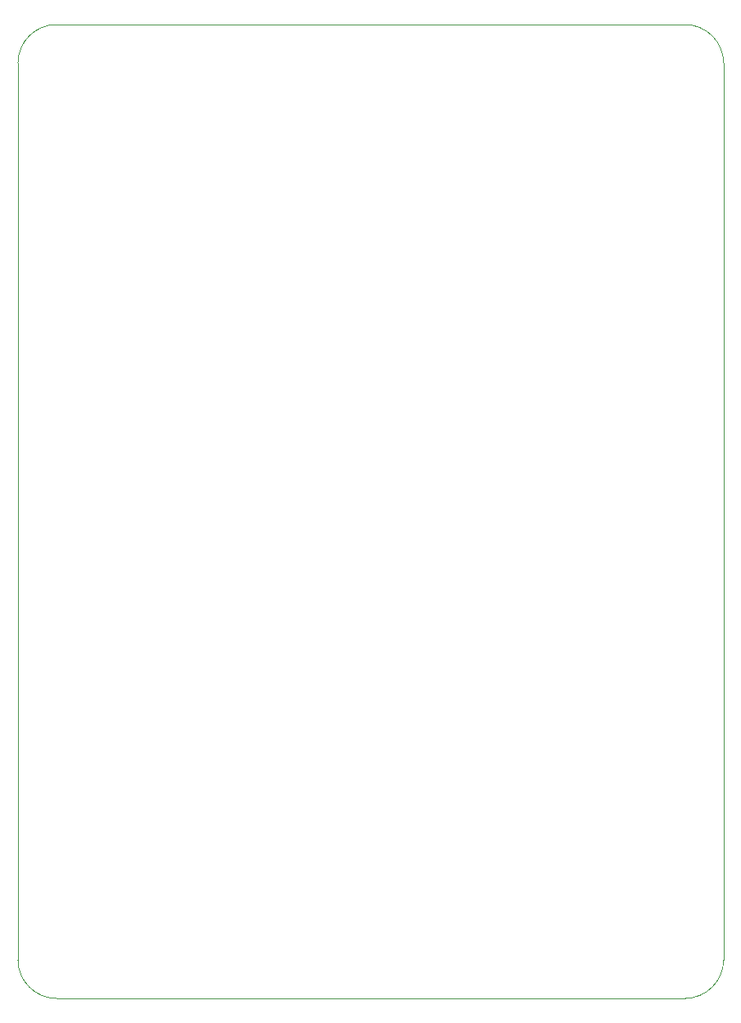
<source format=gm1>
%TF.GenerationSoftware,KiCad,Pcbnew,(5.99.0-2415-gbbdd3fce7)*%
%TF.CreationDate,2020-09-24T22:56:08-07:00*%
%TF.ProjectId,BubblePCB_20,42756262-6c65-4504-9342-5f32302e6b69,rev?*%
%TF.SameCoordinates,Original*%
%TF.FileFunction,Profile,NP*%
%FSLAX46Y46*%
G04 Gerber Fmt 4.6, Leading zero omitted, Abs format (unit mm)*
G04 Created by KiCad (PCBNEW (5.99.0-2415-gbbdd3fce7)) date 2020-09-24 22:56:08*
%MOMM*%
%LPD*%
G01*
G04 APERTURE LIST*
%TA.AperFunction,Profile*%
%ADD10C,0.050000*%
%TD*%
G04 APERTURE END LIST*
D10*
X100394000Y-52832000D02*
G75*
G02*
X104394000Y-56832000I0J-4000000D01*
G01*
X31500000Y-56832000D02*
G75*
G02*
X35500000Y-52832000I4000000J0D01*
G01*
X35500000Y-153500000D02*
G75*
G02*
X31500000Y-149500000I0J4000000D01*
G01*
X100394000Y-153500000D02*
G75*
G03*
X104394000Y-149500000I0J4000000D01*
G01*
X100394000Y-153500000D02*
X35500000Y-153500000D01*
X104394000Y-56832000D02*
X104394000Y-149500000D01*
X35500000Y-52832000D02*
X100394000Y-52832000D01*
X31500000Y-149500000D02*
X31500000Y-56832000D01*
M02*

</source>
